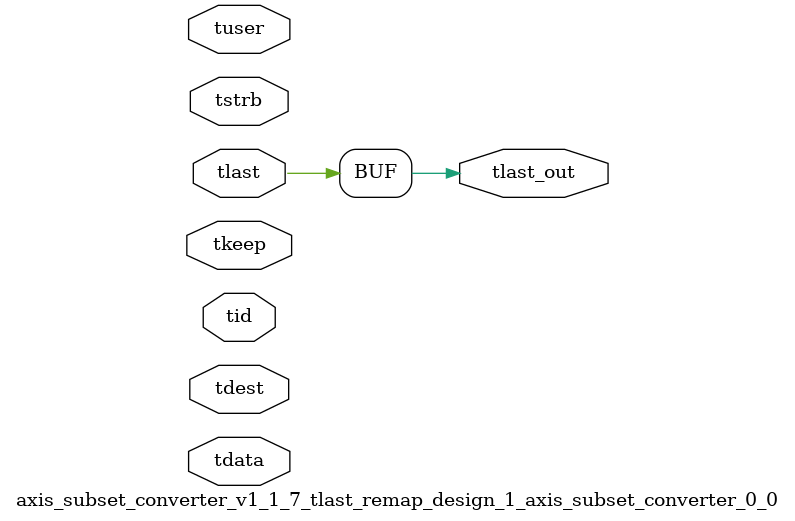
<source format=v>


`timescale 1ps/1ps

module axis_subset_converter_v1_1_7_tlast_remap_design_1_axis_subset_converter_0_0 #
(
parameter C_S_AXIS_TID_WIDTH   = 1,
parameter C_S_AXIS_TUSER_WIDTH = 0,
parameter C_S_AXIS_TDATA_WIDTH = 0,
parameter C_S_AXIS_TDEST_WIDTH = 0
)
(
input  [(C_S_AXIS_TID_WIDTH   == 0 ? 1 : C_S_AXIS_TID_WIDTH)-1:0       ] tid,
input  [(C_S_AXIS_TDATA_WIDTH == 0 ? 1 : C_S_AXIS_TDATA_WIDTH)-1:0     ] tdata,
input  [(C_S_AXIS_TUSER_WIDTH == 0 ? 1 : C_S_AXIS_TUSER_WIDTH)-1:0     ] tuser,
input  [(C_S_AXIS_TDEST_WIDTH == 0 ? 1 : C_S_AXIS_TDEST_WIDTH)-1:0     ] tdest,
input  [(C_S_AXIS_TDATA_WIDTH/8)-1:0 ] tkeep,
input  [(C_S_AXIS_TDATA_WIDTH/8)-1:0 ] tstrb,
input  [0:0]                                                             tlast,
output                                                                   tlast_out
);

assign tlast_out = {tlast[0]};

endmodule


</source>
